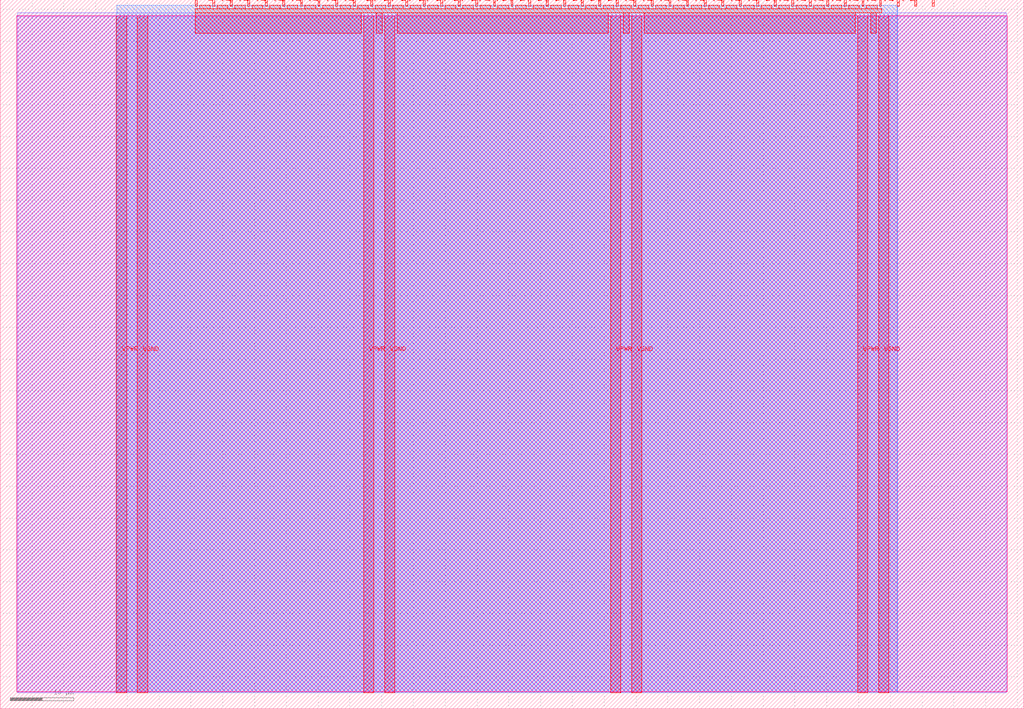
<source format=lef>
VERSION 5.7 ;
  NOWIREEXTENSIONATPIN ON ;
  DIVIDERCHAR "/" ;
  BUSBITCHARS "[]" ;
MACRO tt_um_wokwi_445256631886279681
  CLASS BLOCK ;
  FOREIGN tt_um_wokwi_445256631886279681 ;
  ORIGIN 0.000 0.000 ;
  SIZE 161.000 BY 111.520 ;
  PIN VGND
    DIRECTION INOUT ;
    USE GROUND ;
    PORT
      LAYER met4 ;
        RECT 21.580 2.480 23.180 109.040 ;
    END
    PORT
      LAYER met4 ;
        RECT 60.450 2.480 62.050 109.040 ;
    END
    PORT
      LAYER met4 ;
        RECT 99.320 2.480 100.920 109.040 ;
    END
    PORT
      LAYER met4 ;
        RECT 138.190 2.480 139.790 109.040 ;
    END
  END VGND
  PIN VPWR
    DIRECTION INOUT ;
    USE POWER ;
    PORT
      LAYER met4 ;
        RECT 18.280 2.480 19.880 109.040 ;
    END
    PORT
      LAYER met4 ;
        RECT 57.150 2.480 58.750 109.040 ;
    END
    PORT
      LAYER met4 ;
        RECT 96.020 2.480 97.620 109.040 ;
    END
    PORT
      LAYER met4 ;
        RECT 134.890 2.480 136.490 109.040 ;
    END
  END VPWR
  PIN clk
    DIRECTION INPUT ;
    USE SIGNAL ;
    PORT
      LAYER met4 ;
        RECT 143.830 110.520 144.130 111.520 ;
    END
  END clk
  PIN ena
    DIRECTION INPUT ;
    USE SIGNAL ;
    PORT
      LAYER met4 ;
        RECT 146.590 110.520 146.890 111.520 ;
    END
  END ena
  PIN rst_n
    DIRECTION INPUT ;
    USE SIGNAL ;
    PORT
      LAYER met4 ;
        RECT 141.070 110.520 141.370 111.520 ;
    END
  END rst_n
  PIN ui_in[0]
    DIRECTION INPUT ;
    USE SIGNAL ;
    ANTENNAGATEAREA 0.196500 ;
    PORT
      LAYER met4 ;
        RECT 138.310 110.520 138.610 111.520 ;
    END
  END ui_in[0]
  PIN ui_in[1]
    DIRECTION INPUT ;
    USE SIGNAL ;
    ANTENNAGATEAREA 0.196500 ;
    PORT
      LAYER met4 ;
        RECT 135.550 110.520 135.850 111.520 ;
    END
  END ui_in[1]
  PIN ui_in[2]
    DIRECTION INPUT ;
    USE SIGNAL ;
    ANTENNAGATEAREA 0.196500 ;
    PORT
      LAYER met4 ;
        RECT 132.790 110.520 133.090 111.520 ;
    END
  END ui_in[2]
  PIN ui_in[3]
    DIRECTION INPUT ;
    USE SIGNAL ;
    ANTENNAGATEAREA 0.196500 ;
    PORT
      LAYER met4 ;
        RECT 130.030 110.520 130.330 111.520 ;
    END
  END ui_in[3]
  PIN ui_in[4]
    DIRECTION INPUT ;
    USE SIGNAL ;
    ANTENNAGATEAREA 0.159000 ;
    PORT
      LAYER met4 ;
        RECT 127.270 110.520 127.570 111.520 ;
    END
  END ui_in[4]
  PIN ui_in[5]
    DIRECTION INPUT ;
    USE SIGNAL ;
    ANTENNAGATEAREA 0.159000 ;
    PORT
      LAYER met4 ;
        RECT 124.510 110.520 124.810 111.520 ;
    END
  END ui_in[5]
  PIN ui_in[6]
    DIRECTION INPUT ;
    USE SIGNAL ;
    ANTENNAGATEAREA 0.196500 ;
    PORT
      LAYER met4 ;
        RECT 121.750 110.520 122.050 111.520 ;
    END
  END ui_in[6]
  PIN ui_in[7]
    DIRECTION INPUT ;
    USE SIGNAL ;
    ANTENNAGATEAREA 0.196500 ;
    PORT
      LAYER met4 ;
        RECT 118.990 110.520 119.290 111.520 ;
    END
  END ui_in[7]
  PIN uio_in[0]
    DIRECTION INPUT ;
    USE SIGNAL ;
    PORT
      LAYER met4 ;
        RECT 116.230 110.520 116.530 111.520 ;
    END
  END uio_in[0]
  PIN uio_in[1]
    DIRECTION INPUT ;
    USE SIGNAL ;
    PORT
      LAYER met4 ;
        RECT 113.470 110.520 113.770 111.520 ;
    END
  END uio_in[1]
  PIN uio_in[2]
    DIRECTION INPUT ;
    USE SIGNAL ;
    PORT
      LAYER met4 ;
        RECT 110.710 110.520 111.010 111.520 ;
    END
  END uio_in[2]
  PIN uio_in[3]
    DIRECTION INPUT ;
    USE SIGNAL ;
    PORT
      LAYER met4 ;
        RECT 107.950 110.520 108.250 111.520 ;
    END
  END uio_in[3]
  PIN uio_in[4]
    DIRECTION INPUT ;
    USE SIGNAL ;
    PORT
      LAYER met4 ;
        RECT 105.190 110.520 105.490 111.520 ;
    END
  END uio_in[4]
  PIN uio_in[5]
    DIRECTION INPUT ;
    USE SIGNAL ;
    PORT
      LAYER met4 ;
        RECT 102.430 110.520 102.730 111.520 ;
    END
  END uio_in[5]
  PIN uio_in[6]
    DIRECTION INPUT ;
    USE SIGNAL ;
    PORT
      LAYER met4 ;
        RECT 99.670 110.520 99.970 111.520 ;
    END
  END uio_in[6]
  PIN uio_in[7]
    DIRECTION INPUT ;
    USE SIGNAL ;
    PORT
      LAYER met4 ;
        RECT 96.910 110.520 97.210 111.520 ;
    END
  END uio_in[7]
  PIN uio_oe[0]
    DIRECTION OUTPUT ;
    USE SIGNAL ;
    PORT
      LAYER met4 ;
        RECT 49.990 110.520 50.290 111.520 ;
    END
  END uio_oe[0]
  PIN uio_oe[1]
    DIRECTION OUTPUT ;
    USE SIGNAL ;
    PORT
      LAYER met4 ;
        RECT 47.230 110.520 47.530 111.520 ;
    END
  END uio_oe[1]
  PIN uio_oe[2]
    DIRECTION OUTPUT ;
    USE SIGNAL ;
    PORT
      LAYER met4 ;
        RECT 44.470 110.520 44.770 111.520 ;
    END
  END uio_oe[2]
  PIN uio_oe[3]
    DIRECTION OUTPUT ;
    USE SIGNAL ;
    PORT
      LAYER met4 ;
        RECT 41.710 110.520 42.010 111.520 ;
    END
  END uio_oe[3]
  PIN uio_oe[4]
    DIRECTION OUTPUT ;
    USE SIGNAL ;
    PORT
      LAYER met4 ;
        RECT 38.950 110.520 39.250 111.520 ;
    END
  END uio_oe[4]
  PIN uio_oe[5]
    DIRECTION OUTPUT ;
    USE SIGNAL ;
    PORT
      LAYER met4 ;
        RECT 36.190 110.520 36.490 111.520 ;
    END
  END uio_oe[5]
  PIN uio_oe[6]
    DIRECTION OUTPUT ;
    USE SIGNAL ;
    PORT
      LAYER met4 ;
        RECT 33.430 110.520 33.730 111.520 ;
    END
  END uio_oe[6]
  PIN uio_oe[7]
    DIRECTION OUTPUT ;
    USE SIGNAL ;
    PORT
      LAYER met4 ;
        RECT 30.670 110.520 30.970 111.520 ;
    END
  END uio_oe[7]
  PIN uio_out[0]
    DIRECTION OUTPUT ;
    USE SIGNAL ;
    PORT
      LAYER met4 ;
        RECT 72.070 110.520 72.370 111.520 ;
    END
  END uio_out[0]
  PIN uio_out[1]
    DIRECTION OUTPUT ;
    USE SIGNAL ;
    PORT
      LAYER met4 ;
        RECT 69.310 110.520 69.610 111.520 ;
    END
  END uio_out[1]
  PIN uio_out[2]
    DIRECTION OUTPUT ;
    USE SIGNAL ;
    PORT
      LAYER met4 ;
        RECT 66.550 110.520 66.850 111.520 ;
    END
  END uio_out[2]
  PIN uio_out[3]
    DIRECTION OUTPUT ;
    USE SIGNAL ;
    PORT
      LAYER met4 ;
        RECT 63.790 110.520 64.090 111.520 ;
    END
  END uio_out[3]
  PIN uio_out[4]
    DIRECTION OUTPUT ;
    USE SIGNAL ;
    PORT
      LAYER met4 ;
        RECT 61.030 110.520 61.330 111.520 ;
    END
  END uio_out[4]
  PIN uio_out[5]
    DIRECTION OUTPUT ;
    USE SIGNAL ;
    PORT
      LAYER met4 ;
        RECT 58.270 110.520 58.570 111.520 ;
    END
  END uio_out[5]
  PIN uio_out[6]
    DIRECTION OUTPUT ;
    USE SIGNAL ;
    PORT
      LAYER met4 ;
        RECT 55.510 110.520 55.810 111.520 ;
    END
  END uio_out[6]
  PIN uio_out[7]
    DIRECTION OUTPUT ;
    USE SIGNAL ;
    PORT
      LAYER met4 ;
        RECT 52.750 110.520 53.050 111.520 ;
    END
  END uio_out[7]
  PIN uo_out[0]
    DIRECTION OUTPUT ;
    USE SIGNAL ;
    ANTENNADIFFAREA 0.795200 ;
    PORT
      LAYER met4 ;
        RECT 94.150 110.520 94.450 111.520 ;
    END
  END uo_out[0]
  PIN uo_out[1]
    DIRECTION OUTPUT ;
    USE SIGNAL ;
    PORT
      LAYER met4 ;
        RECT 91.390 110.520 91.690 111.520 ;
    END
  END uo_out[1]
  PIN uo_out[2]
    DIRECTION OUTPUT ;
    USE SIGNAL ;
    ANTENNADIFFAREA 0.795200 ;
    PORT
      LAYER met4 ;
        RECT 88.630 110.520 88.930 111.520 ;
    END
  END uo_out[2]
  PIN uo_out[3]
    DIRECTION OUTPUT ;
    USE SIGNAL ;
    PORT
      LAYER met4 ;
        RECT 85.870 110.520 86.170 111.520 ;
    END
  END uo_out[3]
  PIN uo_out[4]
    DIRECTION OUTPUT ;
    USE SIGNAL ;
    ANTENNADIFFAREA 0.445500 ;
    PORT
      LAYER met4 ;
        RECT 83.110 110.520 83.410 111.520 ;
    END
  END uo_out[4]
  PIN uo_out[5]
    DIRECTION OUTPUT ;
    USE SIGNAL ;
    ANTENNADIFFAREA 0.445500 ;
    PORT
      LAYER met4 ;
        RECT 80.350 110.520 80.650 111.520 ;
    END
  END uo_out[5]
  PIN uo_out[6]
    DIRECTION OUTPUT ;
    USE SIGNAL ;
    PORT
      LAYER met4 ;
        RECT 77.590 110.520 77.890 111.520 ;
    END
  END uo_out[6]
  PIN uo_out[7]
    DIRECTION OUTPUT ;
    USE SIGNAL ;
    ANTENNADIFFAREA 0.795200 ;
    PORT
      LAYER met4 ;
        RECT 74.830 110.520 75.130 111.520 ;
    END
  END uo_out[7]
  OBS
      LAYER nwell ;
        RECT 2.570 2.635 158.430 108.990 ;
      LAYER li1 ;
        RECT 2.760 2.635 158.240 108.885 ;
      LAYER met1 ;
        RECT 2.760 2.480 158.240 109.440 ;
      LAYER met2 ;
        RECT 18.310 2.535 141.130 110.685 ;
      LAYER met3 ;
        RECT 18.290 2.555 141.155 110.665 ;
      LAYER met4 ;
        RECT 31.370 110.120 33.030 110.665 ;
        RECT 34.130 110.120 35.790 110.665 ;
        RECT 36.890 110.120 38.550 110.665 ;
        RECT 39.650 110.120 41.310 110.665 ;
        RECT 42.410 110.120 44.070 110.665 ;
        RECT 45.170 110.120 46.830 110.665 ;
        RECT 47.930 110.120 49.590 110.665 ;
        RECT 50.690 110.120 52.350 110.665 ;
        RECT 53.450 110.120 55.110 110.665 ;
        RECT 56.210 110.120 57.870 110.665 ;
        RECT 58.970 110.120 60.630 110.665 ;
        RECT 61.730 110.120 63.390 110.665 ;
        RECT 64.490 110.120 66.150 110.665 ;
        RECT 67.250 110.120 68.910 110.665 ;
        RECT 70.010 110.120 71.670 110.665 ;
        RECT 72.770 110.120 74.430 110.665 ;
        RECT 75.530 110.120 77.190 110.665 ;
        RECT 78.290 110.120 79.950 110.665 ;
        RECT 81.050 110.120 82.710 110.665 ;
        RECT 83.810 110.120 85.470 110.665 ;
        RECT 86.570 110.120 88.230 110.665 ;
        RECT 89.330 110.120 90.990 110.665 ;
        RECT 92.090 110.120 93.750 110.665 ;
        RECT 94.850 110.120 96.510 110.665 ;
        RECT 97.610 110.120 99.270 110.665 ;
        RECT 100.370 110.120 102.030 110.665 ;
        RECT 103.130 110.120 104.790 110.665 ;
        RECT 105.890 110.120 107.550 110.665 ;
        RECT 108.650 110.120 110.310 110.665 ;
        RECT 111.410 110.120 113.070 110.665 ;
        RECT 114.170 110.120 115.830 110.665 ;
        RECT 116.930 110.120 118.590 110.665 ;
        RECT 119.690 110.120 121.350 110.665 ;
        RECT 122.450 110.120 124.110 110.665 ;
        RECT 125.210 110.120 126.870 110.665 ;
        RECT 127.970 110.120 129.630 110.665 ;
        RECT 130.730 110.120 132.390 110.665 ;
        RECT 133.490 110.120 135.150 110.665 ;
        RECT 136.250 110.120 137.910 110.665 ;
        RECT 30.655 109.440 138.625 110.120 ;
        RECT 30.655 106.255 56.750 109.440 ;
        RECT 59.150 106.255 60.050 109.440 ;
        RECT 62.450 106.255 95.620 109.440 ;
        RECT 98.020 106.255 98.920 109.440 ;
        RECT 101.320 106.255 134.490 109.440 ;
        RECT 136.890 106.255 137.790 109.440 ;
  END
END tt_um_wokwi_445256631886279681
END LIBRARY


</source>
